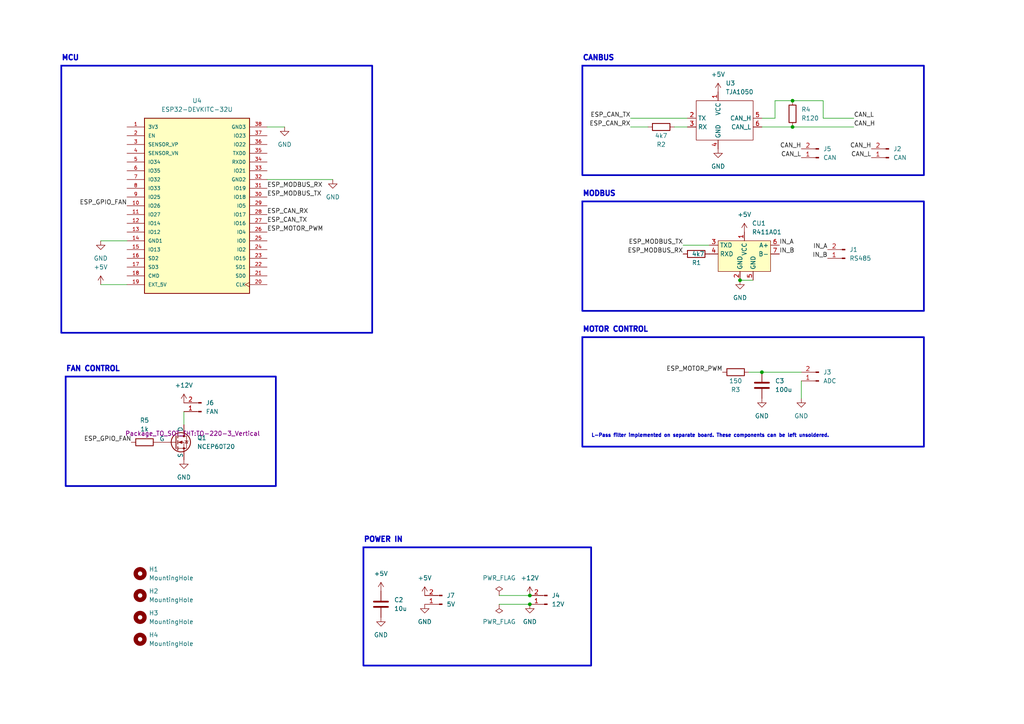
<source format=kicad_sch>
(kicad_sch (version 20230121) (generator eeschema)
  (paper "A4")
  (lib_symbols
    (symbol "--local:ESP32-DEVKITC-32U" (pin_names (offset 1.016))
      (property "Reference" "U" (at -15.2572 26.0643 0))
      (property "Value" "ESP32-DEVKITC-32U" (at -15.2563 -27.9698 0))
      (symbol "ESP32-DEVKITC-32U_0_0"
        (rectangle (start -15.24 25.4) (end 15.24 -25.4) (stroke (width 0.254)) (fill (type background)))
        (pin power_in line (at -20.32 22.86 0) (length 5.08) (name "3V3") (number "1"))
        (pin bidirectional line (at -20.32 0 0) (length 5.08) (name "IO26") (number "10"))
        (pin bidirectional line (at -20.32 -2.54 0) (length 5.08) (name "IO27") (number "11"))
        (pin bidirectional line (at -20.32 -5.08 0) (length 5.08) (name "IO14") (number "12"))
        (pin bidirectional line (at -20.32 -7.62 0) (length 5.08) (name "IO12") (number "13"))
        (pin power_in line (at -20.32 -10.16 0) (length 5.08) (name "GND1") (number "14"))
        (pin bidirectional line (at -20.32 -12.7 0) (length 5.08) (name "IO13") (number "15"))
        (pin bidirectional line (at -20.32 -15.24 0) (length 5.08) (name "SD2") (number "16"))
        (pin bidirectional line (at -20.32 -17.78 0) (length 5.08) (name "SD3") (number "17"))
        (pin bidirectional line (at -20.32 -20.32 0) (length 5.08) (name "CMD") (number "18"))
        (pin power_in line (at -20.32 -22.86 0) (length 5.08) (name "EXT_5V") (number "19"))
        (pin input line (at -20.32 20.32 0) (length 5.08) (name "EN") (number "2"))
        (pin input clock (at 20.32 -22.86 180) (length 5.08) (name "CLK") (number "20"))
        (pin bidirectional line (at 20.32 -20.32 180) (length 5.08) (name "SD0") (number "21"))
        (pin bidirectional line (at 20.32 -17.78 180) (length 5.08) (name "SD1") (number "22"))
        (pin bidirectional line (at 20.32 -15.24 180) (length 5.08) (name "IO15") (number "23"))
        (pin bidirectional line (at 20.32 -12.7 180) (length 5.08) (name "IO2") (number "24"))
        (pin bidirectional line (at 20.32 -10.16 180) (length 5.08) (name "IO0") (number "25"))
        (pin bidirectional line (at 20.32 -7.62 180) (length 5.08) (name "IO4") (number "26"))
        (pin bidirectional line (at 20.32 -5.08 180) (length 5.08) (name "IO16") (number "27"))
        (pin bidirectional line (at 20.32 -2.54 180) (length 5.08) (name "IO17") (number "28"))
        (pin bidirectional line (at 20.32 0 180) (length 5.08) (name "IO5") (number "29"))
        (pin input line (at -20.32 17.78 0) (length 5.08) (name "SENSOR_VP") (number "3"))
        (pin bidirectional line (at 20.32 2.54 180) (length 5.08) (name "IO18") (number "30"))
        (pin bidirectional line (at 20.32 5.08 180) (length 5.08) (name "IO19") (number "31"))
        (pin power_in line (at 20.32 7.62 180) (length 5.08) (name "GND2") (number "32"))
        (pin bidirectional line (at 20.32 10.16 180) (length 5.08) (name "IO21") (number "33"))
        (pin input line (at 20.32 12.7 180) (length 5.08) (name "RXD0") (number "34"))
        (pin output line (at 20.32 15.24 180) (length 5.08) (name "TXD0") (number "35"))
        (pin bidirectional line (at 20.32 17.78 180) (length 5.08) (name "IO22") (number "36"))
        (pin bidirectional line (at 20.32 20.32 180) (length 5.08) (name "IO23") (number "37"))
        (pin power_in line (at 20.32 22.86 180) (length 5.08) (name "GND3") (number "38"))
        (pin input line (at -20.32 15.24 0) (length 5.08) (name "SENSOR_VN") (number "4"))
        (pin bidirectional line (at -20.32 12.7 0) (length 5.08) (name "IO34") (number "5"))
        (pin bidirectional line (at -20.32 10.16 0) (length 5.08) (name "IO35") (number "6"))
        (pin bidirectional line (at -20.32 7.62 0) (length 5.08) (name "IO32") (number "7"))
        (pin bidirectional line (at -20.32 5.08 0) (length 5.08) (name "IO33") (number "8"))
        (pin bidirectional line (at -20.32 2.54 0) (length 5.08) (name "IO25") (number "9"))
      )
    )
    (symbol "--local:R411A01"
      (property "Reference" "CU" (at 10.16 0 0))
      (property "Value" "R411A01" (at 12.7 -2.54 0))
      (symbol "R411A01_0_1"
        (rectangle (start 0 -3.81) (end 15.24 -12.7) (fill (type background)))
      )
      (symbol "R411A01_1_1"
        (pin power_in line (at 7.62 -1.27 270) (length 2.54) (name "VCC") (number "1"))
        (pin power_in line (at 6.35 -15.24 90) (length 2.54) (name "GND") (number "2"))
        (pin bidirectional line (at -2.54 -5.08 0) (length 2.54) (name "TXD") (number "3"))
        (pin bidirectional line (at -2.54 -7.62 0) (length 2.54) (name "RXD") (number "4"))
        (pin power_in line (at 10.16 -15.24 90) (length 2.54) (name "GND") (number "5"))
        (pin bidirectional line (at 17.78 -5.08 180) (length 2.54) (name "A+") (number "6"))
        (pin bidirectional line (at 17.78 -7.62 180) (length 2.54) (name "B-") (number "7"))
      )
    )
    (symbol "--local:TJA1050"
      (property "Reference" "U" (at 3.81 0 0))
      (property "Value" "TJA1050" (at 13.97 0 0))
      (symbol "TJA1050_1_1"
        (rectangle (start 2.54 -1.27) (end 19.05 -12.7))
        (pin input line (at 8.89 1.27 270) (length 2.54) (name "VCC") (number "1"))
        (pin input line (at 0 -6.35 0) (length 2.54) (name "TX") (number "2"))
        (pin input line (at 0 -8.89 0) (length 2.54) (name "RX") (number "3"))
        (pin input line (at 8.89 -15.24 90) (length 2.54) (name "GND") (number "4"))
        (pin input line (at 21.59 -6.35 180) (length 2.54) (name "CAN_H") (number "5"))
        (pin input line (at 21.59 -8.89 180) (length 2.54) (name "CAN_L") (number "6"))
      )
    )
    (symbol "Connector:Conn_01x02_Pin" (pin_names (offset 1.016) hide)
      (property "Reference" "J" (at 0 2.54 0))
      (property "Value" "Conn_01x02_Pin" (at 0 -5.08 0))
      (symbol "Conn_01x02_Pin_1_1"
        (polyline (pts (xy 1.27 -2.54) (xy 0.8636 -2.54)) (stroke (width 0.1524)))
        (polyline (pts (xy 1.27 0) (xy 0.8636 0)) (stroke (width 0.1524)))
        (rectangle (start 0.8636 -2.413) (end 0 -2.667) (stroke (width 0.1524)) (fill (type outline)))
        (rectangle (start 0.8636 0.127) (end 0 -0.127) (stroke (width 0.1524)) (fill (type outline)))
        (pin passive line (at 5.08 0 180) (length 3.81) (name "Pin_1") (number "1"))
        (pin passive line (at 5.08 -2.54 180) (length 3.81) (name "Pin_2") (number "2"))
      )
    )
    (symbol "Device:C" (pin_numbers hide) (pin_names (offset 0.254))
      (property "Reference" "C" (at 0.635 2.54 0))
      (property "Value" "C" (at 0.635 -2.54 0))
      (symbol "C_0_1"
        (polyline (pts (xy -2.032 -0.762) (xy 2.032 -0.762)) (stroke (width 0.508)))
        (polyline (pts (xy -2.032 0.762) (xy 2.032 0.762)) (stroke (width 0.508)))
      )
      (symbol "C_1_1"
        (pin passive line (at 0 3.81 270) (length 2.794) (name "~") (number "1"))
        (pin passive line (at 0 -3.81 90) (length 2.794) (name "~") (number "2"))
      )
    )
    (symbol "Device:R" (pin_numbers hide) (pin_names (offset 0))
      (property "Reference" "R" (at 2.032 0 90))
      (property "Value" "R" (at 0 0 90))
      (symbol "R_0_1"
        (rectangle (start -1.016 -2.54) (end 1.016 2.54) (stroke (width 0.254)))
      )
      (symbol "R_1_1"
        (pin passive line (at 0 3.81 270) (length 1.27) (name "~") (number "1"))
        (pin passive line (at 0 -3.81 90) (length 1.27) (name "~") (number "2"))
      )
    )
    (symbol "Mechanical:MountingHole" (pin_names (offset 1.016))
      (property "Reference" "H" (at 0 5.08 0))
      (property "Value" "MountingHole" (at 0 3.175 0))
      (symbol "MountingHole_0_1"
        (circle (center 0 0) (radius 1.27) (stroke (width 1.27)))
      )
    )
    (symbol "Simulation_SPICE:NMOS" (pin_numbers hide) (pin_names (offset 0))
      (property "Reference" "Q" (at 5.08 1.27 0))
      (property "Value" "NMOS" (at 5.08 -1.27 0))
      (symbol "NMOS_0_1"
        (polyline (pts (xy 0.254 0) (xy -2.54 0)))
        (polyline (pts (xy 0.254 1.905) (xy 0.254 -1.905)) (stroke (width 0.254)))
        (polyline (pts (xy 0.762 -1.27) (xy 0.762 -2.286)) (stroke (width 0.254)))
        (polyline (pts (xy 0.762 0.508) (xy 0.762 -0.508)) (stroke (width 0.254)))
        (polyline (pts (xy 0.762 2.286) (xy 0.762 1.27)) (stroke (width 0.254)))
        (polyline (pts (xy 2.54 2.54) (xy 2.54 1.778)))
        (polyline (pts (xy 2.54 -2.54) (xy 2.54 0) (xy 0.762 0)))
        (polyline (pts (xy 0.762 -1.778) (xy 3.302 -1.778) (xy 3.302 1.778) (xy 0.762 1.778)))
        (polyline (pts (xy 1.016 0) (xy 2.032 0.381) (xy 2.032 -0.381) (xy 1.016 0)) (fill (type outline)))
        (polyline (pts (xy 2.794 0.508) (xy 2.921 0.381) (xy 3.683 0.381) (xy 3.81 0.254)))
        (polyline (pts (xy 3.302 0.381) (xy 2.921 -0.254) (xy 3.683 -0.254) (xy 3.302 0.381)))
        (circle (center 1.651 0) (radius 2.794) (stroke (width 0.254)))
        (circle (center 2.54 -1.778) (radius 0.254) (fill (type outline)))
        (circle (center 2.54 1.778) (radius 0.254) (fill (type outline)))
      )
      (symbol "NMOS_1_1"
        (pin passive line (at 2.54 5.08 270) (length 2.54) (name "D") (number "1"))
        (pin input line (at -5.08 0 0) (length 2.54) (name "G") (number "2"))
        (pin passive line (at 2.54 -5.08 90) (length 2.54) (name "S") (number "3"))
      )
    )
    (symbol "power:+12V" (power) (pin_names (offset 0))
      (property "Value" "+12V" (at 0 3.556 0))
      (symbol "+12V_0_1"
        (polyline (pts (xy -0.762 1.27) (xy 0 2.54)))
        (polyline (pts (xy 0 0) (xy 0 2.54)))
        (polyline (pts (xy 0 2.54) (xy 0.762 1.27)))
      )
      (symbol "+12V_1_1"
        (pin power_in line (at 0 0 90) (length 0) hide (name "+12V") (number "1"))
      )
    )
    (symbol "power:+5V" (power) (pin_names (offset 0))
      (property "Value" "+5V" (at 0 3.556 0))
      (symbol "+5V_0_1"
        (polyline (pts (xy -0.762 1.27) (xy 0 2.54)))
        (polyline (pts (xy 0 0) (xy 0 2.54)))
        (polyline (pts (xy 0 2.54) (xy 0.762 1.27)))
      )
      (symbol "+5V_1_1"
        (pin power_in line (at 0 0 90) (length 0) hide (name "+5V") (number "1"))
      )
    )
    (symbol "power:GND" (power) (pin_names (offset 0))
      (property "Value" "GND" (at 0 -3.81 0))
      (symbol "GND_0_1"
        (polyline (pts (xy 0 0) (xy 0 -1.27) (xy 1.27 -1.27) (xy 0 -2.54) (xy -1.27 -1.27) (xy 0 -1.27)))
      )
      (symbol "GND_1_1"
        (pin power_in line (at 0 0 270) (length 0) hide (name "GND") (number "1"))
      )
    )
    (symbol "power:PWR_FLAG" (power) (pin_numbers hide) (pin_names (offset 0) hide)
      (property "Value" "PWR_FLAG" (at 0 3.81 0))
      (symbol "PWR_FLAG_0_0"
        (pin power_out line (at 0 0 90) (length 0) (name "pwr") (number "1"))
      )
      (symbol "PWR_FLAG_0_1"
        (polyline (pts (xy 0 0) (xy 0 1.27) (xy -1.016 1.905) (xy 0 2.54) (xy 1.016 1.905) (xy 0 1.27)))
      )
    )
  )
  (junction (at 229.87 36.83))
  (junction (at 214.63 81.28))
  (junction (at 153.67 175.26))
  (junction (at 153.67 172.72))
  (junction (at 229.87 29.21))
  (junction (at 220.98 107.95))
  (wire (pts (xy 198.12 71.12) (xy 205.74 71.12)))
  (wire (pts (xy 217.17 107.95) (xy 220.98 107.95)))
  (wire (pts (xy 220.98 36.83) (xy 229.87 36.83)))
  (wire (pts (xy 224.79 34.29) (xy 224.79 29.21)))
  (wire (pts (xy 82.55 36.83) (xy 77.47 36.83)))
  (wire (pts (xy 238.76 34.29) (xy 238.76 29.21)))
  (wire (pts (xy 220.98 34.29) (xy 224.79 34.29)))
  (wire (pts (xy 195.58 36.83) (xy 199.39 36.83)))
  (wire (pts (xy 224.79 29.21) (xy 229.87 29.21)))
  (wire (pts (xy 238.76 29.21) (xy 229.87 29.21)))
  (wire (pts (xy 144.78 175.26) (xy 153.67 175.26)))
  (wire (pts (xy 238.76 34.29) (xy 247.65 34.29)))
  (wire (pts (xy 232.41 115.57) (xy 232.41 110.49)))
  (wire (pts (xy 96.52 52.07) (xy 77.47 52.07)))
  (wire (pts (xy 182.88 34.29) (xy 199.39 34.29)))
  (wire (pts (xy 53.34 119.38) (xy 53.34 123.19)))
  (wire (pts (xy 220.98 107.95) (xy 232.41 107.95)))
  (wire (pts (xy 229.87 36.83) (xy 247.65 36.83)))
  (wire (pts (xy 144.78 172.72) (xy 153.67 172.72)))
  (wire (pts (xy 214.63 81.28) (xy 218.44 81.28)))
  (wire (pts (xy 29.21 69.85) (xy 36.83 69.85)))
  (wire (pts (xy 182.88 36.83) (xy 187.96 36.83)))
  (wire (pts (xy 29.21 82.55) (xy 36.83 82.55)))
  (rectangle (start 105.41 158.75) (end 171.45 193.04) (stroke (width 0.5)))
  (rectangle (start 168.91 58.42) (end 267.97 90.17) (stroke (width 0.5)))
  (rectangle (start 19.05 109.22) (end 80.01 140.97) (stroke (width 0.5)))
  (rectangle (start 168.91 97.79) (end 267.97 129.54) (stroke (width 0.5)))
  (rectangle (start 168.91 19.05) (end 267.97 50.8) (stroke (width 0.5)))
  (rectangle (start 17.78 19.05) (end 107.95 96.52) (stroke (width 0.5)))
  (text "POWER IN" (at 105.41 157.48 0) (effects (font (size 1.5 1.5) (thickness 0.4) bold) (justify left bottom)))
  (text "FAN CONTROL" (at 19.05 107.95 0) (effects (font (size 1.5 1.5) (thickness 0.4) bold) (justify left bottom)))
  (text "MODBUS" (at 168.91 57.15 0) (effects (font (size 1.5 1.5) (thickness 0.4) bold) (justify left bottom)))
  (text "MCU" (at 17.78 17.78 0) (effects (font (size 1.5 1.5) (thickness 0.4) bold) (justify left bottom)))
  (text "MOTOR CONTROL" (at 168.91 96.52 0) (effects (font (size 1.5 1.5) (thickness 0.4) bold) (justify left bottom)))
  (text "L-Pass filter implemented on separate board. These components can be left unsoldered." (at 171.45 127 0) (effects (font (size 1 1) (thickness 0.4) bold) (justify left bottom)))
  (text "CANBUS" (at 168.91 17.78 0) (effects (font (size 1.5 1.5) (thickness 0.4) bold) (justify left bottom)))
  (label "CAN_H" (at 232.41 43.18 180))
  (label "ESP_CAN_RX" (at 182.88 36.83 180))
  (label "CAN_H" (at 252.73 43.18 180))
  (label "ESP_MOTOR_PWM" (at 209.55 107.95 180))
  (label "ESP_MODBUS_RX" (at 198.12 73.66 180))
  (label "CAN_H" (at 247.65 36.83 0))
  (label "ESP_MOTOR_PWM" (at 77.47 67.31 0))
  (label "ESP_MODBUS_RX" (at 77.47 54.61 0))
  (label "ESP_MODBUS_TX" (at 198.12 71.12 180))
  (label "CAN_L" (at 247.65 34.29 0))
  (label "ESP_CAN_TX" (at 182.88 34.29 180))
  (label "ESP_CAN_TX" (at 77.47 64.77 0))
  (label "ESP_GPIO_FAN" (at 36.83 59.69 180))
  (label "ESP_CAN_RX" (at 77.47 62.23 0))
  (label "CAN_L" (at 232.41 45.72 180))
  (label "IN_B" (at 240.03 74.93 180))
  (label "IN_B" (at 226.06 73.66 0))
  (label "IN_A" (at 240.03 72.39 180))
  (label "IN_A" (at 226.06 71.12 0))
  (label "ESP_MODBUS_TX" (at 77.47 57.15 0))
  (label "CAN_L" (at 252.73 45.72 180))
  (label "ESP_GPIO_FAN" (at 38.1 128.27 180))
  (symbol (lib_id "Mechanical:MountingHole") (at 40.64 166.37 0) (unit 1)
    (property "Reference" "H1" (at 43.18 165.1 0) (effects (justify left)))
    (property "Value" "MountingHole" (at 43.18 167.64 0) (effects (justify left)))
    (property "Footprint" "MountingHole:MountingHole_3.2mm_M3_Pad_Via" (effects hide))
  )
  (symbol (lib_id "Connector:Conn_01x02_Pin") (at 128.27 175.26 180) (unit 1)
    (property "Reference" "J7" (at 129.54 172.72 0) (effects (justify right)))
    (property "Value" "5V" (at 129.54 175.26 0) (effects (justify right)))
    (property "Footprint" "Connector_JST:JST_XH_B2B-XH-A_1x02_P2.50mm_Vertical" (effects hide))
  )
  (symbol (lib_id "power:GND") (at 220.98 115.57 0) (unit 1)
    (property "Reference" "#PWR010" (effects hide))
    (property "Value" "GND" (at 220.98 120.65 0))
  )
  (symbol (lib_id "power:+5V") (at 29.21 82.55 0) (unit 1)
    (property "Reference" "#PWR014" (effects hide))
    (property "Value" "+5V" (at 29.21 77.47 0))
  )
  (symbol (lib_id "power:GND") (at 96.52 52.07 0) (unit 1)
    (property "Reference" "#PWR017" (effects hide))
    (property "Value" "GND" (at 96.52 57.15 0))
  )
  (symbol (lib_id "power:GND") (at 110.49 179.07 0) (unit 1)
    (property "Reference" "#PWR01" (effects hide))
    (property "Value" "GND" (at 110.49 184.15 0))
  )
  (symbol (lib_id "Connector:Conn_01x02_Pin") (at 237.49 45.72 180) (unit 1)
    (property "Reference" "J5" (at 238.76 43.18 0) (effects (justify right)))
    (property "Value" "CAN" (at 238.76 45.72 0) (effects (justify right)))
    (property "Footprint" "Connector_JST:JST_XH_B2B-XH-A_1x02_P2.50mm_Vertical" (effects hide))
  )
  (symbol (lib_id "Device:R") (at 229.87 33.02 0) (unit 1)
    (property "Reference" "R4" (at 232.41 31.75 0) (effects (justify left)))
    (property "Value" "R120" (at 232.41 34.29 0) (effects (justify left)))
    (property "Footprint" "Resistor_SMD:R_0805_2012Metric_Pad1.20x1.40mm_HandSolder" (effects hide))
  )
  (symbol (lib_id "Connector:Conn_01x02_Pin") (at 237.49 110.49 180) (unit 1)
    (property "Reference" "J3" (at 238.76 107.95 0) (effects (justify right)))
    (property "Value" "ADC" (at 238.76 110.49 0) (effects (justify right)))
    (property "Footprint" "Connector_JST:JST_XH_B2B-XH-A_1x02_P2.50mm_Vertical" (effects hide))
  )
  (symbol (lib_id "Device:R") (at 213.36 107.95 270) (unit 1)
    (property "Reference" "R3" (at 213.36 113.03 90))
    (property "Value" "150" (at 213.36 110.49 90))
    (property "Footprint" "Resistor_SMD:R_0805_2012Metric_Pad1.20x1.40mm_HandSolder" (effects hide))
  )
  (symbol (lib_id "power:GND") (at 153.67 175.26 0) (unit 1)
    (property "Reference" "#PWR013" (effects hide))
    (property "Value" "GND" (at 153.67 180.34 0))
  )
  (symbol (lib_id "power:GND") (at 29.21 69.85 0) (unit 1)
    (property "Reference" "#PWR016" (effects hide))
    (property "Value" "GND" (at 29.21 74.93 0))
  )
  (symbol (lib_id "power:+12V") (at 153.67 172.72 0) (unit 1)
    (property "Reference" "#PWR012" (effects hide))
    (property "Value" "+12V" (at 153.67 167.64 0))
  )
  (symbol (lib_id "power:PWR_FLAG") (at 144.78 175.26 180) (unit 1)
    (property "Reference" "#FLG02" (effects hide))
    (property "Value" "PWR_FLAG" (at 144.78 180.34 0))
  )
  (symbol (lib_id "Device:C") (at 110.49 175.26 0) (unit 1)
    (property "Reference" "C2" (at 114.3 173.9899 0) (effects (justify left)))
    (property "Value" "10u" (at 114.3 176.5299 0) (effects (justify left)))
    (property "Footprint" "Capacitor_SMD:C_0805_2012Metric" (effects hide))
  )
  (symbol (lib_id "power:+12V") (at 53.34 116.84 0) (unit 1)
    (property "Reference" "#PWR02" (effects hide))
    (property "Value" "+12V" (at 53.34 111.76 0))
  )
  (symbol (lib_id "power:+5V") (at 123.19 172.72 0) (unit 1)
    (property "Reference" "#PWR019" (effects hide))
    (property "Value" "+5V" (at 123.19 167.64 0))
  )
  (symbol (lib_id "Device:R") (at 191.77 36.83 270) (unit 1)
    (property "Reference" "R2" (at 191.77 41.91 90))
    (property "Value" "4k7" (at 191.77 39.37 90))
    (property "Footprint" "Resistor_SMD:R_0805_2012Metric_Pad1.20x1.40mm_HandSolder" (effects hide))
  )
  (symbol (lib_id "--local:TJA1050") (at 199.39 27.94 0) (unit 1)
    (property "Reference" "U3" (at 210.4741 24.13 0) (effects (justify left)))
    (property "Value" "TJA1050" (at 210.4741 26.67 0) (effects (justify left)))
    (property "Footprint" "--local:TJA1050" (effects hide))
  )
  (symbol (lib_id "power:GND") (at 82.55 36.83 0) (unit 1)
    (property "Reference" "#PWR015" (effects hide))
    (property "Value" "GND" (at 82.55 41.91 0))
  )
  (symbol (lib_id "power:GND") (at 53.34 133.35 0) (unit 1)
    (property "Reference" "#PWR03" (effects hide))
    (property "Value" "GND" (at 53.34 138.43 0))
  )
  (symbol (lib_id "Mechanical:MountingHole") (at 40.64 185.42 0) (unit 1)
    (property "Reference" "H4" (at 43.18 184.15 0) (effects (justify left)))
    (property "Value" "MountingHole" (at 43.18 186.69 0) (effects (justify left)))
    (property "Footprint" "MountingHole:MountingHole_3.2mm_M3_Pad_Via" (effects hide))
  )
  (symbol (lib_id "Connector:Conn_01x02_Pin") (at 158.75 175.26 180) (unit 1)
    (property "Reference" "J4" (at 160.02 172.72 0) (effects (justify right)))
    (property "Value" "12V" (at 160.02 175.26 0) (effects (justify right)))
    (property "Footprint" "Connector_JST:JST_XH_B2B-XH-A_1x02_P2.50mm_Vertical" (effects hide))
  )
  (symbol (lib_id "power:GND") (at 214.63 81.28 0) (unit 1)
    (property "Reference" "#PWR06" (effects hide))
    (property "Value" "GND" (at 214.63 86.36 0))
  )
  (symbol (lib_id "Connector:Conn_01x02_Pin") (at 245.11 74.93 180) (unit 1)
    (property "Reference" "J1" (at 246.38 72.39 0) (effects (justify right)))
    (property "Value" "RS485" (at 246.38 74.93 0) (effects (justify right)))
    (property "Footprint" "Connector_JST:JST_XH_B2B-XH-A_1x02_P2.50mm_Vertical" (effects hide))
  )
  (symbol (lib_id "power:GND") (at 232.41 115.57 0) (unit 1)
    (property "Reference" "#PWR011" (effects hide))
    (property "Value" "GND" (at 232.41 120.65 0))
  )
  (symbol (lib_id "Connector:Conn_01x02_Pin") (at 257.81 45.72 180) (unit 1)
    (property "Reference" "J2" (at 259.08 43.18 0) (effects (justify right)))
    (property "Value" "CAN" (at 259.08 45.72 0) (effects (justify right)))
    (property "Footprint" "Connector_JST:JST_XH_B2B-XH-A_1x02_P2.50mm_Vertical" (effects hide))
  )
  (symbol (lib_id "power:+5V") (at 215.9 67.31 0) (unit 1)
    (property "Reference" "#PWR07" (effects hide))
    (property "Value" "+5V" (at 215.9 62.23 0))
  )
  (symbol (lib_id "Simulation_SPICE:NMOS") (at 50.8 128.27 0) (unit 1)
    (property "Reference" "Q1" (at 57.15 127 0) (effects (justify left)))
    (property "Value" "NCEP60T20" (at 57.15 129.54 0) (effects (justify left)))
    (property "Footprint" "Package_TO_SOT_THT:TO-220-3_Vertical" (at 55.88 125.73 0))
    (property "Datasheet" "https://datasheet.lcsc.com/lcsc/1809101724_Wuxi-NCE-Power-Semiconductor-NCEP60T20_C284868.pdf" (effects hide))
    (property "Sim.Pins" "1=D 2=G 3=S" (effects hide))
  )
  (symbol (lib_id "Device:C") (at 220.98 111.76 0) (unit 1)
    (property "Reference" "C3" (at 224.79 110.49 0) (effects (justify left)))
    (property "Value" "100u" (at 224.79 113.03 0) (effects (justify left)))
    (property "Footprint" "Capacitor_SMD:C_0805_2012Metric" (effects hide))
  )
  (symbol (lib_id "Mechanical:MountingHole") (at 40.64 172.72 0) (unit 1)
    (property "Reference" "H2" (at 43.18 171.45 0) (effects (justify left)))
    (property "Value" "MountingHole" (at 43.18 173.99 0) (effects (justify left)))
    (property "Footprint" "MountingHole:MountingHole_3.2mm_M3_Pad_Via" (effects hide))
  )
  (symbol (lib_id "power:GND") (at 123.19 175.26 0) (unit 1)
    (property "Reference" "#PWR018" (effects hide))
    (property "Value" "GND" (at 123.19 180.34 0))
  )
  (symbol (lib_id "--local:ESP32-DEVKITC-32U") (at 57.15 59.69 0) (unit 1)
    (property "Reference" "U4" (at 57.15 29.21 0))
    (property "Value" "ESP32-DEVKITC-32U" (at 57.15 31.75 0))
    (property "Footprint" "--local:MODULE_ESP32-DEVKITC-32U" (effects hide))
    (property "PARTREV" "N/A" (effects hide))
    (property "STANDARD" "Manufacturer Recommendations" (effects hide))
    (property "MANUFACTURER" "ESPRESSIF" (effects hide))
  )
  (symbol (lib_id "Device:R") (at 201.93 73.66 90) (unit 1)
    (property "Reference" "R1" (at 200.66 76.2 90) (effects (justify right)))
    (property "Value" "4k7" (at 200.66 73.66 90) (effects (justify right)))
    (property "Footprint" "Resistor_SMD:R_0805_2012Metric" (effects hide))
  )
  (symbol (lib_id "Connector:Conn_01x02_Pin") (at 58.42 119.38 180) (unit 1)
    (property "Reference" "J6" (at 59.69 116.84 0) (effects (justify right)))
    (property "Value" "FAN" (at 59.69 119.38 0) (effects (justify right)))
    (property "Footprint" "Connector_JST:JST_XH_B2B-XH-A_1x02_P2.50mm_Vertical" (effects hide))
  )
  (symbol (lib_id "power:+5V") (at 110.49 171.45 0) (unit 1)
    (property "Reference" "#PWR05" (effects hide))
    (property "Value" "+5V" (at 110.49 166.37 0))
  )
  (symbol (lib_id "Device:R") (at 41.91 128.27 270) (unit 1)
    (property "Reference" "R5" (at 41.91 121.92 90))
    (property "Value" "1k" (at 41.91 124.46 90))
    (property "Footprint" "Resistor_SMD:R_0805_2012Metric_Pad1.20x1.40mm_HandSolder" (effects hide))
  )
  (symbol (lib_id "Mechanical:MountingHole") (at 40.64 179.07 0) (unit 1)
    (property "Reference" "H3" (at 43.18 177.8 0) (effects (justify left)))
    (property "Value" "MountingHole" (at 43.18 180.34 0) (effects (justify left)))
    (property "Footprint" "MountingHole:MountingHole_3.2mm_M3_Pad_Via" (effects hide))
  )
  (symbol (lib_id "power:+5V") (at 208.28 26.67 0) (unit 1)
    (property "Reference" "#PWR08" (effects hide))
    (property "Value" "+5V" (at 208.28 21.59 0))
  )
  (symbol (lib_id "--local:R411A01") (at 208.28 66.04 0) (unit 1)
    (property "Reference" "CU1" (at 218.0941 64.77 0) (effects (justify left)))
    (property "Value" "R411A01" (at 218.0941 67.31 0) (effects (justify left)))
    (property "Footprint" "--local:R411A01" (effects hide))
  )
  (symbol (lib_id "power:GND") (at 208.28 43.18 0) (unit 1)
    (property "Reference" "#PWR09" (effects hide))
    (property "Value" "GND" (at 208.28 48.26 0))
  )
  (symbol (lib_id "power:PWR_FLAG") (at 144.78 172.72 0) (unit 1)
    (property "Reference" "#FLG01" (effects hide))
    (property "Value" "PWR_FLAG" (at 144.78 167.64 0))
  )
)
</source>
